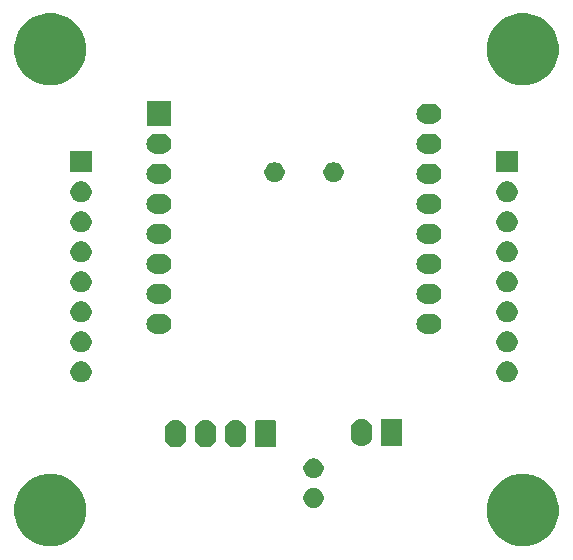
<source format=gbs>
G04 #@! TF.GenerationSoftware,KiCad,Pcbnew,(5.1.6)-1*
G04 #@! TF.CreationDate,2020-07-05T17:14:59-07:00*
G04 #@! TF.ProjectId,LED controller board - Wemos,4c454420-636f-46e7-9472-6f6c6c657220,rev?*
G04 #@! TF.SameCoordinates,Original*
G04 #@! TF.FileFunction,Soldermask,Bot*
G04 #@! TF.FilePolarity,Negative*
%FSLAX46Y46*%
G04 Gerber Fmt 4.6, Leading zero omitted, Abs format (unit mm)*
G04 Created by KiCad (PCBNEW (5.1.6)-1) date 2020-07-05 17:14:59*
%MOMM*%
%LPD*%
G01*
G04 APERTURE LIST*
%ADD10C,0.100000*%
G04 APERTURE END LIST*
D10*
G36*
X75889943Y-94066248D02*
G01*
X76445189Y-94296238D01*
X76445190Y-94296239D01*
X76944899Y-94630134D01*
X77369866Y-95055101D01*
X77369867Y-95055103D01*
X77703762Y-95554811D01*
X77933752Y-96110057D01*
X78051000Y-96699501D01*
X78051000Y-97300499D01*
X77933752Y-97889943D01*
X77703762Y-98445189D01*
X77703761Y-98445190D01*
X77369866Y-98944899D01*
X76944899Y-99369866D01*
X76693347Y-99537948D01*
X76445189Y-99703762D01*
X75889943Y-99933752D01*
X75300499Y-100051000D01*
X74699501Y-100051000D01*
X74110057Y-99933752D01*
X73554811Y-99703762D01*
X73306653Y-99537948D01*
X73055101Y-99369866D01*
X72630134Y-98944899D01*
X72296239Y-98445190D01*
X72296238Y-98445189D01*
X72066248Y-97889943D01*
X71949000Y-97300499D01*
X71949000Y-96699501D01*
X72066248Y-96110057D01*
X72296238Y-95554811D01*
X72630133Y-95055103D01*
X72630134Y-95055101D01*
X73055101Y-94630134D01*
X73554810Y-94296239D01*
X73554811Y-94296238D01*
X74110057Y-94066248D01*
X74699501Y-93949000D01*
X75300499Y-93949000D01*
X75889943Y-94066248D01*
G37*
G36*
X115889943Y-94066248D02*
G01*
X116445189Y-94296238D01*
X116445190Y-94296239D01*
X116944899Y-94630134D01*
X117369866Y-95055101D01*
X117369867Y-95055103D01*
X117703762Y-95554811D01*
X117933752Y-96110057D01*
X118051000Y-96699501D01*
X118051000Y-97300499D01*
X117933752Y-97889943D01*
X117703762Y-98445189D01*
X117703761Y-98445190D01*
X117369866Y-98944899D01*
X116944899Y-99369866D01*
X116693347Y-99537948D01*
X116445189Y-99703762D01*
X115889943Y-99933752D01*
X115300499Y-100051000D01*
X114699501Y-100051000D01*
X114110057Y-99933752D01*
X113554811Y-99703762D01*
X113306653Y-99537948D01*
X113055101Y-99369866D01*
X112630134Y-98944899D01*
X112296239Y-98445190D01*
X112296238Y-98445189D01*
X112066248Y-97889943D01*
X111949000Y-97300499D01*
X111949000Y-96699501D01*
X112066248Y-96110057D01*
X112296238Y-95554811D01*
X112630133Y-95055103D01*
X112630134Y-95055101D01*
X113055101Y-94630134D01*
X113554810Y-94296239D01*
X113554811Y-94296238D01*
X114110057Y-94066248D01*
X114699501Y-93949000D01*
X115300499Y-93949000D01*
X115889943Y-94066248D01*
G37*
G36*
X97530228Y-95153703D02*
G01*
X97685100Y-95217853D01*
X97824481Y-95310985D01*
X97943015Y-95429519D01*
X98036147Y-95568900D01*
X98100297Y-95723772D01*
X98133000Y-95888184D01*
X98133000Y-96055816D01*
X98100297Y-96220228D01*
X98036147Y-96375100D01*
X97943015Y-96514481D01*
X97824481Y-96633015D01*
X97685100Y-96726147D01*
X97530228Y-96790297D01*
X97365816Y-96823000D01*
X97198184Y-96823000D01*
X97033772Y-96790297D01*
X96878900Y-96726147D01*
X96739519Y-96633015D01*
X96620985Y-96514481D01*
X96527853Y-96375100D01*
X96463703Y-96220228D01*
X96431000Y-96055816D01*
X96431000Y-95888184D01*
X96463703Y-95723772D01*
X96527853Y-95568900D01*
X96620985Y-95429519D01*
X96739519Y-95310985D01*
X96878900Y-95217853D01*
X97033772Y-95153703D01*
X97198184Y-95121000D01*
X97365816Y-95121000D01*
X97530228Y-95153703D01*
G37*
G36*
X97530228Y-92653703D02*
G01*
X97685100Y-92717853D01*
X97824481Y-92810985D01*
X97943015Y-92929519D01*
X98036147Y-93068900D01*
X98100297Y-93223772D01*
X98133000Y-93388184D01*
X98133000Y-93555816D01*
X98100297Y-93720228D01*
X98036147Y-93875100D01*
X97943015Y-94014481D01*
X97824481Y-94133015D01*
X97685100Y-94226147D01*
X97530228Y-94290297D01*
X97365816Y-94323000D01*
X97198184Y-94323000D01*
X97033772Y-94290297D01*
X96878900Y-94226147D01*
X96739519Y-94133015D01*
X96620985Y-94014481D01*
X96527853Y-93875100D01*
X96463703Y-93720228D01*
X96431000Y-93555816D01*
X96431000Y-93388184D01*
X96463703Y-93223772D01*
X96527853Y-93068900D01*
X96620985Y-92929519D01*
X96739519Y-92810985D01*
X96878900Y-92717853D01*
X97033772Y-92653703D01*
X97198184Y-92621000D01*
X97365816Y-92621000D01*
X97530228Y-92653703D01*
G37*
G36*
X85778548Y-89418326D02*
G01*
X85952157Y-89470990D01*
X86112156Y-89556511D01*
X86126612Y-89568375D01*
X86252397Y-89671603D01*
X86331729Y-89768271D01*
X86367489Y-89811844D01*
X86453010Y-89971843D01*
X86505674Y-90145452D01*
X86506492Y-90153756D01*
X86519000Y-90280756D01*
X86519000Y-90821245D01*
X86518182Y-90829546D01*
X86505674Y-90956548D01*
X86453010Y-91130157D01*
X86367489Y-91290156D01*
X86331729Y-91333729D01*
X86252397Y-91430397D01*
X86112155Y-91545489D01*
X85952156Y-91631010D01*
X85778547Y-91683674D01*
X85598000Y-91701456D01*
X85417452Y-91683674D01*
X85243843Y-91631010D01*
X85083844Y-91545489D01*
X85019259Y-91492485D01*
X84943603Y-91430397D01*
X84828511Y-91290155D01*
X84742991Y-91130158D01*
X84704466Y-91003159D01*
X84690326Y-90956547D01*
X84677000Y-90821243D01*
X84677000Y-90280756D01*
X84690326Y-90145452D01*
X84742990Y-89971843D01*
X84828512Y-89811844D01*
X84838832Y-89799269D01*
X84943604Y-89671603D01*
X85069389Y-89568375D01*
X85083845Y-89556511D01*
X85243844Y-89470990D01*
X85417453Y-89418326D01*
X85598000Y-89400544D01*
X85778548Y-89418326D01*
G37*
G36*
X88318548Y-89418326D02*
G01*
X88492157Y-89470990D01*
X88652156Y-89556511D01*
X88666612Y-89568375D01*
X88792397Y-89671603D01*
X88871729Y-89768271D01*
X88907489Y-89811844D01*
X88993010Y-89971843D01*
X89045674Y-90145452D01*
X89046492Y-90153756D01*
X89059000Y-90280756D01*
X89059000Y-90821245D01*
X89058182Y-90829546D01*
X89045674Y-90956548D01*
X88993010Y-91130157D01*
X88907489Y-91290156D01*
X88871729Y-91333729D01*
X88792397Y-91430397D01*
X88652155Y-91545489D01*
X88492156Y-91631010D01*
X88318547Y-91683674D01*
X88138000Y-91701456D01*
X87957452Y-91683674D01*
X87783843Y-91631010D01*
X87623844Y-91545489D01*
X87559259Y-91492485D01*
X87483603Y-91430397D01*
X87368511Y-91290155D01*
X87282991Y-91130158D01*
X87244466Y-91003159D01*
X87230326Y-90956547D01*
X87217000Y-90821243D01*
X87217000Y-90280756D01*
X87230326Y-90145452D01*
X87282990Y-89971843D01*
X87368512Y-89811844D01*
X87378832Y-89799269D01*
X87483604Y-89671603D01*
X87609389Y-89568375D01*
X87623845Y-89556511D01*
X87783844Y-89470990D01*
X87957453Y-89418326D01*
X88138000Y-89400544D01*
X88318548Y-89418326D01*
G37*
G36*
X90858548Y-89418326D02*
G01*
X91032157Y-89470990D01*
X91192156Y-89556511D01*
X91206612Y-89568375D01*
X91332397Y-89671603D01*
X91411729Y-89768271D01*
X91447489Y-89811844D01*
X91533010Y-89971843D01*
X91585674Y-90145452D01*
X91586492Y-90153756D01*
X91599000Y-90280756D01*
X91599000Y-90821245D01*
X91598182Y-90829546D01*
X91585674Y-90956548D01*
X91533010Y-91130157D01*
X91447489Y-91290156D01*
X91411729Y-91333729D01*
X91332397Y-91430397D01*
X91192155Y-91545489D01*
X91032156Y-91631010D01*
X90858547Y-91683674D01*
X90678000Y-91701456D01*
X90497452Y-91683674D01*
X90323843Y-91631010D01*
X90163844Y-91545489D01*
X90099259Y-91492485D01*
X90023603Y-91430397D01*
X89908511Y-91290155D01*
X89822991Y-91130158D01*
X89784466Y-91003159D01*
X89770326Y-90956547D01*
X89757000Y-90821243D01*
X89757000Y-90280756D01*
X89770326Y-90145452D01*
X89822990Y-89971843D01*
X89908512Y-89811844D01*
X89918832Y-89799269D01*
X90023604Y-89671603D01*
X90149389Y-89568375D01*
X90163845Y-89556511D01*
X90323844Y-89470990D01*
X90497453Y-89418326D01*
X90678000Y-89400544D01*
X90858548Y-89418326D01*
G37*
G36*
X93997561Y-89408966D02*
G01*
X94030383Y-89418923D01*
X94060632Y-89435092D01*
X94087148Y-89456852D01*
X94108908Y-89483368D01*
X94125077Y-89513617D01*
X94135034Y-89546439D01*
X94139000Y-89586713D01*
X94139000Y-91515287D01*
X94135034Y-91555561D01*
X94125077Y-91588383D01*
X94108908Y-91618632D01*
X94087148Y-91645148D01*
X94060632Y-91666908D01*
X94030383Y-91683077D01*
X93997561Y-91693034D01*
X93957287Y-91697000D01*
X92478713Y-91697000D01*
X92438439Y-91693034D01*
X92405617Y-91683077D01*
X92375368Y-91666908D01*
X92348852Y-91645148D01*
X92327092Y-91618632D01*
X92310923Y-91588383D01*
X92300966Y-91555561D01*
X92297000Y-91515287D01*
X92297000Y-89586713D01*
X92300966Y-89546439D01*
X92310923Y-89513617D01*
X92327092Y-89483368D01*
X92348852Y-89456852D01*
X92375368Y-89435092D01*
X92405617Y-89418923D01*
X92438439Y-89408966D01*
X92478713Y-89405000D01*
X93957287Y-89405000D01*
X93997561Y-89408966D01*
G37*
G36*
X101526548Y-89291326D02*
G01*
X101700157Y-89343990D01*
X101860156Y-89429511D01*
X101893471Y-89456852D01*
X102000397Y-89544603D01*
X102060650Y-89618023D01*
X102115489Y-89684844D01*
X102201010Y-89844843D01*
X102253674Y-90018452D01*
X102267000Y-90153757D01*
X102267000Y-90694244D01*
X102253674Y-90829548D01*
X102201010Y-91003157D01*
X102115489Y-91163156D01*
X102079729Y-91206729D01*
X102000397Y-91303397D01*
X101860155Y-91418489D01*
X101700156Y-91504010D01*
X101526547Y-91556674D01*
X101346000Y-91574456D01*
X101165452Y-91556674D01*
X100991843Y-91504010D01*
X100831844Y-91418489D01*
X100788271Y-91382729D01*
X100691603Y-91303397D01*
X100576511Y-91163155D01*
X100490991Y-91003158D01*
X100476852Y-90956548D01*
X100438326Y-90829547D01*
X100425000Y-90694243D01*
X100425000Y-90153756D01*
X100425818Y-90145455D01*
X100438326Y-90018454D01*
X100438326Y-90018452D01*
X100490990Y-89844843D01*
X100576512Y-89684844D01*
X100588978Y-89669654D01*
X100691604Y-89544603D01*
X100798530Y-89456852D01*
X100831845Y-89429511D01*
X100991844Y-89343990D01*
X101165453Y-89291326D01*
X101346000Y-89273544D01*
X101526548Y-89291326D01*
G37*
G36*
X104665561Y-89281966D02*
G01*
X104698383Y-89291923D01*
X104728632Y-89308092D01*
X104755148Y-89329852D01*
X104776908Y-89356368D01*
X104793077Y-89386617D01*
X104803034Y-89419439D01*
X104807000Y-89459713D01*
X104807000Y-91388287D01*
X104803034Y-91428561D01*
X104793077Y-91461383D01*
X104776908Y-91491632D01*
X104755148Y-91518148D01*
X104728632Y-91539908D01*
X104698383Y-91556077D01*
X104665561Y-91566034D01*
X104625287Y-91570000D01*
X103146713Y-91570000D01*
X103106439Y-91566034D01*
X103073617Y-91556077D01*
X103043368Y-91539908D01*
X103016852Y-91518148D01*
X102995092Y-91491632D01*
X102978923Y-91461383D01*
X102968966Y-91428561D01*
X102965000Y-91388287D01*
X102965000Y-89459713D01*
X102968966Y-89419439D01*
X102978923Y-89386617D01*
X102995092Y-89356368D01*
X103016852Y-89329852D01*
X103043368Y-89308092D01*
X103073617Y-89291923D01*
X103106439Y-89281966D01*
X103146713Y-89278000D01*
X104625287Y-89278000D01*
X104665561Y-89281966D01*
G37*
G36*
X113778512Y-84399927D02*
G01*
X113927812Y-84429624D01*
X114091784Y-84497544D01*
X114239354Y-84596147D01*
X114364853Y-84721646D01*
X114463456Y-84869216D01*
X114531376Y-85033188D01*
X114566000Y-85207259D01*
X114566000Y-85384741D01*
X114531376Y-85558812D01*
X114463456Y-85722784D01*
X114364853Y-85870354D01*
X114239354Y-85995853D01*
X114091784Y-86094456D01*
X113927812Y-86162376D01*
X113778512Y-86192073D01*
X113753742Y-86197000D01*
X113576258Y-86197000D01*
X113551488Y-86192073D01*
X113402188Y-86162376D01*
X113238216Y-86094456D01*
X113090646Y-85995853D01*
X112965147Y-85870354D01*
X112866544Y-85722784D01*
X112798624Y-85558812D01*
X112764000Y-85384741D01*
X112764000Y-85207259D01*
X112798624Y-85033188D01*
X112866544Y-84869216D01*
X112965147Y-84721646D01*
X113090646Y-84596147D01*
X113238216Y-84497544D01*
X113402188Y-84429624D01*
X113551488Y-84399927D01*
X113576258Y-84395000D01*
X113753742Y-84395000D01*
X113778512Y-84399927D01*
G37*
G36*
X77710512Y-84399927D02*
G01*
X77859812Y-84429624D01*
X78023784Y-84497544D01*
X78171354Y-84596147D01*
X78296853Y-84721646D01*
X78395456Y-84869216D01*
X78463376Y-85033188D01*
X78498000Y-85207259D01*
X78498000Y-85384741D01*
X78463376Y-85558812D01*
X78395456Y-85722784D01*
X78296853Y-85870354D01*
X78171354Y-85995853D01*
X78023784Y-86094456D01*
X77859812Y-86162376D01*
X77710512Y-86192073D01*
X77685742Y-86197000D01*
X77508258Y-86197000D01*
X77483488Y-86192073D01*
X77334188Y-86162376D01*
X77170216Y-86094456D01*
X77022646Y-85995853D01*
X76897147Y-85870354D01*
X76798544Y-85722784D01*
X76730624Y-85558812D01*
X76696000Y-85384741D01*
X76696000Y-85207259D01*
X76730624Y-85033188D01*
X76798544Y-84869216D01*
X76897147Y-84721646D01*
X77022646Y-84596147D01*
X77170216Y-84497544D01*
X77334188Y-84429624D01*
X77483488Y-84399927D01*
X77508258Y-84395000D01*
X77685742Y-84395000D01*
X77710512Y-84399927D01*
G37*
G36*
X113778512Y-81859927D02*
G01*
X113927812Y-81889624D01*
X114091784Y-81957544D01*
X114239354Y-82056147D01*
X114364853Y-82181646D01*
X114463456Y-82329216D01*
X114531376Y-82493188D01*
X114566000Y-82667259D01*
X114566000Y-82844741D01*
X114531376Y-83018812D01*
X114463456Y-83182784D01*
X114364853Y-83330354D01*
X114239354Y-83455853D01*
X114091784Y-83554456D01*
X113927812Y-83622376D01*
X113778512Y-83652073D01*
X113753742Y-83657000D01*
X113576258Y-83657000D01*
X113551488Y-83652073D01*
X113402188Y-83622376D01*
X113238216Y-83554456D01*
X113090646Y-83455853D01*
X112965147Y-83330354D01*
X112866544Y-83182784D01*
X112798624Y-83018812D01*
X112764000Y-82844741D01*
X112764000Y-82667259D01*
X112798624Y-82493188D01*
X112866544Y-82329216D01*
X112965147Y-82181646D01*
X113090646Y-82056147D01*
X113238216Y-81957544D01*
X113402188Y-81889624D01*
X113551488Y-81859927D01*
X113576258Y-81855000D01*
X113753742Y-81855000D01*
X113778512Y-81859927D01*
G37*
G36*
X77710512Y-81859927D02*
G01*
X77859812Y-81889624D01*
X78023784Y-81957544D01*
X78171354Y-82056147D01*
X78296853Y-82181646D01*
X78395456Y-82329216D01*
X78463376Y-82493188D01*
X78498000Y-82667259D01*
X78498000Y-82844741D01*
X78463376Y-83018812D01*
X78395456Y-83182784D01*
X78296853Y-83330354D01*
X78171354Y-83455853D01*
X78023784Y-83554456D01*
X77859812Y-83622376D01*
X77710512Y-83652073D01*
X77685742Y-83657000D01*
X77508258Y-83657000D01*
X77483488Y-83652073D01*
X77334188Y-83622376D01*
X77170216Y-83554456D01*
X77022646Y-83455853D01*
X76897147Y-83330354D01*
X76798544Y-83182784D01*
X76730624Y-83018812D01*
X76696000Y-82844741D01*
X76696000Y-82667259D01*
X76730624Y-82493188D01*
X76798544Y-82329216D01*
X76897147Y-82181646D01*
X77022646Y-82056147D01*
X77170216Y-81957544D01*
X77334188Y-81889624D01*
X77483488Y-81859927D01*
X77508258Y-81855000D01*
X77685742Y-81855000D01*
X77710512Y-81859927D01*
G37*
G36*
X107427823Y-80393313D02*
G01*
X107588242Y-80441976D01*
X107657155Y-80478811D01*
X107736078Y-80520996D01*
X107865659Y-80627341D01*
X107972004Y-80756922D01*
X107972005Y-80756924D01*
X108051024Y-80904758D01*
X108099687Y-81065177D01*
X108116117Y-81232000D01*
X108099687Y-81398823D01*
X108051024Y-81559242D01*
X107980114Y-81691906D01*
X107972004Y-81707078D01*
X107865659Y-81836659D01*
X107736078Y-81943004D01*
X107736076Y-81943005D01*
X107588242Y-82022024D01*
X107427823Y-82070687D01*
X107302804Y-82083000D01*
X106819196Y-82083000D01*
X106694177Y-82070687D01*
X106533758Y-82022024D01*
X106385924Y-81943005D01*
X106385922Y-81943004D01*
X106256341Y-81836659D01*
X106149996Y-81707078D01*
X106141886Y-81691906D01*
X106070976Y-81559242D01*
X106022313Y-81398823D01*
X106005883Y-81232000D01*
X106022313Y-81065177D01*
X106070976Y-80904758D01*
X106149995Y-80756924D01*
X106149996Y-80756922D01*
X106256341Y-80627341D01*
X106385922Y-80520996D01*
X106464845Y-80478811D01*
X106533758Y-80441976D01*
X106694177Y-80393313D01*
X106819196Y-80381000D01*
X107302804Y-80381000D01*
X107427823Y-80393313D01*
G37*
G36*
X84567823Y-80393313D02*
G01*
X84728242Y-80441976D01*
X84797155Y-80478811D01*
X84876078Y-80520996D01*
X85005659Y-80627341D01*
X85112004Y-80756922D01*
X85112005Y-80756924D01*
X85191024Y-80904758D01*
X85239687Y-81065177D01*
X85256117Y-81232000D01*
X85239687Y-81398823D01*
X85191024Y-81559242D01*
X85120114Y-81691906D01*
X85112004Y-81707078D01*
X85005659Y-81836659D01*
X84876078Y-81943004D01*
X84876076Y-81943005D01*
X84728242Y-82022024D01*
X84567823Y-82070687D01*
X84442804Y-82083000D01*
X83959196Y-82083000D01*
X83834177Y-82070687D01*
X83673758Y-82022024D01*
X83525924Y-81943005D01*
X83525922Y-81943004D01*
X83396341Y-81836659D01*
X83289996Y-81707078D01*
X83281886Y-81691906D01*
X83210976Y-81559242D01*
X83162313Y-81398823D01*
X83145883Y-81232000D01*
X83162313Y-81065177D01*
X83210976Y-80904758D01*
X83289995Y-80756924D01*
X83289996Y-80756922D01*
X83396341Y-80627341D01*
X83525922Y-80520996D01*
X83604845Y-80478811D01*
X83673758Y-80441976D01*
X83834177Y-80393313D01*
X83959196Y-80381000D01*
X84442804Y-80381000D01*
X84567823Y-80393313D01*
G37*
G36*
X113778512Y-79319927D02*
G01*
X113927812Y-79349624D01*
X114091784Y-79417544D01*
X114239354Y-79516147D01*
X114364853Y-79641646D01*
X114463456Y-79789216D01*
X114531376Y-79953188D01*
X114566000Y-80127259D01*
X114566000Y-80304741D01*
X114531376Y-80478812D01*
X114463456Y-80642784D01*
X114364853Y-80790354D01*
X114239354Y-80915853D01*
X114091784Y-81014456D01*
X113927812Y-81082376D01*
X113778512Y-81112073D01*
X113753742Y-81117000D01*
X113576258Y-81117000D01*
X113551488Y-81112073D01*
X113402188Y-81082376D01*
X113238216Y-81014456D01*
X113090646Y-80915853D01*
X112965147Y-80790354D01*
X112866544Y-80642784D01*
X112798624Y-80478812D01*
X112764000Y-80304741D01*
X112764000Y-80127259D01*
X112798624Y-79953188D01*
X112866544Y-79789216D01*
X112965147Y-79641646D01*
X113090646Y-79516147D01*
X113238216Y-79417544D01*
X113402188Y-79349624D01*
X113551488Y-79319927D01*
X113576258Y-79315000D01*
X113753742Y-79315000D01*
X113778512Y-79319927D01*
G37*
G36*
X77710512Y-79319927D02*
G01*
X77859812Y-79349624D01*
X78023784Y-79417544D01*
X78171354Y-79516147D01*
X78296853Y-79641646D01*
X78395456Y-79789216D01*
X78463376Y-79953188D01*
X78498000Y-80127259D01*
X78498000Y-80304741D01*
X78463376Y-80478812D01*
X78395456Y-80642784D01*
X78296853Y-80790354D01*
X78171354Y-80915853D01*
X78023784Y-81014456D01*
X77859812Y-81082376D01*
X77710512Y-81112073D01*
X77685742Y-81117000D01*
X77508258Y-81117000D01*
X77483488Y-81112073D01*
X77334188Y-81082376D01*
X77170216Y-81014456D01*
X77022646Y-80915853D01*
X76897147Y-80790354D01*
X76798544Y-80642784D01*
X76730624Y-80478812D01*
X76696000Y-80304741D01*
X76696000Y-80127259D01*
X76730624Y-79953188D01*
X76798544Y-79789216D01*
X76897147Y-79641646D01*
X77022646Y-79516147D01*
X77170216Y-79417544D01*
X77334188Y-79349624D01*
X77483488Y-79319927D01*
X77508258Y-79315000D01*
X77685742Y-79315000D01*
X77710512Y-79319927D01*
G37*
G36*
X107427823Y-77853313D02*
G01*
X107588242Y-77901976D01*
X107657155Y-77938811D01*
X107736078Y-77980996D01*
X107865659Y-78087341D01*
X107972004Y-78216922D01*
X107972005Y-78216924D01*
X108051024Y-78364758D01*
X108099687Y-78525177D01*
X108116117Y-78692000D01*
X108099687Y-78858823D01*
X108051024Y-79019242D01*
X107980114Y-79151906D01*
X107972004Y-79167078D01*
X107865659Y-79296659D01*
X107736078Y-79403004D01*
X107736076Y-79403005D01*
X107588242Y-79482024D01*
X107427823Y-79530687D01*
X107302804Y-79543000D01*
X106819196Y-79543000D01*
X106694177Y-79530687D01*
X106533758Y-79482024D01*
X106385924Y-79403005D01*
X106385922Y-79403004D01*
X106256341Y-79296659D01*
X106149996Y-79167078D01*
X106141886Y-79151906D01*
X106070976Y-79019242D01*
X106022313Y-78858823D01*
X106005883Y-78692000D01*
X106022313Y-78525177D01*
X106070976Y-78364758D01*
X106149995Y-78216924D01*
X106149996Y-78216922D01*
X106256341Y-78087341D01*
X106385922Y-77980996D01*
X106464845Y-77938811D01*
X106533758Y-77901976D01*
X106694177Y-77853313D01*
X106819196Y-77841000D01*
X107302804Y-77841000D01*
X107427823Y-77853313D01*
G37*
G36*
X84567823Y-77853313D02*
G01*
X84728242Y-77901976D01*
X84797155Y-77938811D01*
X84876078Y-77980996D01*
X85005659Y-78087341D01*
X85112004Y-78216922D01*
X85112005Y-78216924D01*
X85191024Y-78364758D01*
X85239687Y-78525177D01*
X85256117Y-78692000D01*
X85239687Y-78858823D01*
X85191024Y-79019242D01*
X85120114Y-79151906D01*
X85112004Y-79167078D01*
X85005659Y-79296659D01*
X84876078Y-79403004D01*
X84876076Y-79403005D01*
X84728242Y-79482024D01*
X84567823Y-79530687D01*
X84442804Y-79543000D01*
X83959196Y-79543000D01*
X83834177Y-79530687D01*
X83673758Y-79482024D01*
X83525924Y-79403005D01*
X83525922Y-79403004D01*
X83396341Y-79296659D01*
X83289996Y-79167078D01*
X83281886Y-79151906D01*
X83210976Y-79019242D01*
X83162313Y-78858823D01*
X83145883Y-78692000D01*
X83162313Y-78525177D01*
X83210976Y-78364758D01*
X83289995Y-78216924D01*
X83289996Y-78216922D01*
X83396341Y-78087341D01*
X83525922Y-77980996D01*
X83604845Y-77938811D01*
X83673758Y-77901976D01*
X83834177Y-77853313D01*
X83959196Y-77841000D01*
X84442804Y-77841000D01*
X84567823Y-77853313D01*
G37*
G36*
X77710512Y-76779927D02*
G01*
X77859812Y-76809624D01*
X78023784Y-76877544D01*
X78171354Y-76976147D01*
X78296853Y-77101646D01*
X78395456Y-77249216D01*
X78463376Y-77413188D01*
X78498000Y-77587259D01*
X78498000Y-77764741D01*
X78463376Y-77938812D01*
X78395456Y-78102784D01*
X78296853Y-78250354D01*
X78171354Y-78375853D01*
X78023784Y-78474456D01*
X77859812Y-78542376D01*
X77710512Y-78572073D01*
X77685742Y-78577000D01*
X77508258Y-78577000D01*
X77483488Y-78572073D01*
X77334188Y-78542376D01*
X77170216Y-78474456D01*
X77022646Y-78375853D01*
X76897147Y-78250354D01*
X76798544Y-78102784D01*
X76730624Y-77938812D01*
X76696000Y-77764741D01*
X76696000Y-77587259D01*
X76730624Y-77413188D01*
X76798544Y-77249216D01*
X76897147Y-77101646D01*
X77022646Y-76976147D01*
X77170216Y-76877544D01*
X77334188Y-76809624D01*
X77483488Y-76779927D01*
X77508258Y-76775000D01*
X77685742Y-76775000D01*
X77710512Y-76779927D01*
G37*
G36*
X113778512Y-76779927D02*
G01*
X113927812Y-76809624D01*
X114091784Y-76877544D01*
X114239354Y-76976147D01*
X114364853Y-77101646D01*
X114463456Y-77249216D01*
X114531376Y-77413188D01*
X114566000Y-77587259D01*
X114566000Y-77764741D01*
X114531376Y-77938812D01*
X114463456Y-78102784D01*
X114364853Y-78250354D01*
X114239354Y-78375853D01*
X114091784Y-78474456D01*
X113927812Y-78542376D01*
X113778512Y-78572073D01*
X113753742Y-78577000D01*
X113576258Y-78577000D01*
X113551488Y-78572073D01*
X113402188Y-78542376D01*
X113238216Y-78474456D01*
X113090646Y-78375853D01*
X112965147Y-78250354D01*
X112866544Y-78102784D01*
X112798624Y-77938812D01*
X112764000Y-77764741D01*
X112764000Y-77587259D01*
X112798624Y-77413188D01*
X112866544Y-77249216D01*
X112965147Y-77101646D01*
X113090646Y-76976147D01*
X113238216Y-76877544D01*
X113402188Y-76809624D01*
X113551488Y-76779927D01*
X113576258Y-76775000D01*
X113753742Y-76775000D01*
X113778512Y-76779927D01*
G37*
G36*
X84567823Y-75313313D02*
G01*
X84728242Y-75361976D01*
X84797155Y-75398811D01*
X84876078Y-75440996D01*
X85005659Y-75547341D01*
X85112004Y-75676922D01*
X85112005Y-75676924D01*
X85191024Y-75824758D01*
X85239687Y-75985177D01*
X85256117Y-76152000D01*
X85239687Y-76318823D01*
X85191024Y-76479242D01*
X85120114Y-76611906D01*
X85112004Y-76627078D01*
X85005659Y-76756659D01*
X84876078Y-76863004D01*
X84876076Y-76863005D01*
X84728242Y-76942024D01*
X84567823Y-76990687D01*
X84442804Y-77003000D01*
X83959196Y-77003000D01*
X83834177Y-76990687D01*
X83673758Y-76942024D01*
X83525924Y-76863005D01*
X83525922Y-76863004D01*
X83396341Y-76756659D01*
X83289996Y-76627078D01*
X83281886Y-76611906D01*
X83210976Y-76479242D01*
X83162313Y-76318823D01*
X83145883Y-76152000D01*
X83162313Y-75985177D01*
X83210976Y-75824758D01*
X83289995Y-75676924D01*
X83289996Y-75676922D01*
X83396341Y-75547341D01*
X83525922Y-75440996D01*
X83604845Y-75398811D01*
X83673758Y-75361976D01*
X83834177Y-75313313D01*
X83959196Y-75301000D01*
X84442804Y-75301000D01*
X84567823Y-75313313D01*
G37*
G36*
X107427823Y-75313313D02*
G01*
X107588242Y-75361976D01*
X107657155Y-75398811D01*
X107736078Y-75440996D01*
X107865659Y-75547341D01*
X107972004Y-75676922D01*
X107972005Y-75676924D01*
X108051024Y-75824758D01*
X108099687Y-75985177D01*
X108116117Y-76152000D01*
X108099687Y-76318823D01*
X108051024Y-76479242D01*
X107980114Y-76611906D01*
X107972004Y-76627078D01*
X107865659Y-76756659D01*
X107736078Y-76863004D01*
X107736076Y-76863005D01*
X107588242Y-76942024D01*
X107427823Y-76990687D01*
X107302804Y-77003000D01*
X106819196Y-77003000D01*
X106694177Y-76990687D01*
X106533758Y-76942024D01*
X106385924Y-76863005D01*
X106385922Y-76863004D01*
X106256341Y-76756659D01*
X106149996Y-76627078D01*
X106141886Y-76611906D01*
X106070976Y-76479242D01*
X106022313Y-76318823D01*
X106005883Y-76152000D01*
X106022313Y-75985177D01*
X106070976Y-75824758D01*
X106149995Y-75676924D01*
X106149996Y-75676922D01*
X106256341Y-75547341D01*
X106385922Y-75440996D01*
X106464845Y-75398811D01*
X106533758Y-75361976D01*
X106694177Y-75313313D01*
X106819196Y-75301000D01*
X107302804Y-75301000D01*
X107427823Y-75313313D01*
G37*
G36*
X77710512Y-74239927D02*
G01*
X77859812Y-74269624D01*
X78023784Y-74337544D01*
X78171354Y-74436147D01*
X78296853Y-74561646D01*
X78395456Y-74709216D01*
X78463376Y-74873188D01*
X78498000Y-75047259D01*
X78498000Y-75224741D01*
X78463376Y-75398812D01*
X78395456Y-75562784D01*
X78296853Y-75710354D01*
X78171354Y-75835853D01*
X78023784Y-75934456D01*
X77859812Y-76002376D01*
X77710512Y-76032073D01*
X77685742Y-76037000D01*
X77508258Y-76037000D01*
X77483488Y-76032073D01*
X77334188Y-76002376D01*
X77170216Y-75934456D01*
X77022646Y-75835853D01*
X76897147Y-75710354D01*
X76798544Y-75562784D01*
X76730624Y-75398812D01*
X76696000Y-75224741D01*
X76696000Y-75047259D01*
X76730624Y-74873188D01*
X76798544Y-74709216D01*
X76897147Y-74561646D01*
X77022646Y-74436147D01*
X77170216Y-74337544D01*
X77334188Y-74269624D01*
X77483488Y-74239927D01*
X77508258Y-74235000D01*
X77685742Y-74235000D01*
X77710512Y-74239927D01*
G37*
G36*
X113778512Y-74239927D02*
G01*
X113927812Y-74269624D01*
X114091784Y-74337544D01*
X114239354Y-74436147D01*
X114364853Y-74561646D01*
X114463456Y-74709216D01*
X114531376Y-74873188D01*
X114566000Y-75047259D01*
X114566000Y-75224741D01*
X114531376Y-75398812D01*
X114463456Y-75562784D01*
X114364853Y-75710354D01*
X114239354Y-75835853D01*
X114091784Y-75934456D01*
X113927812Y-76002376D01*
X113778512Y-76032073D01*
X113753742Y-76037000D01*
X113576258Y-76037000D01*
X113551488Y-76032073D01*
X113402188Y-76002376D01*
X113238216Y-75934456D01*
X113090646Y-75835853D01*
X112965147Y-75710354D01*
X112866544Y-75562784D01*
X112798624Y-75398812D01*
X112764000Y-75224741D01*
X112764000Y-75047259D01*
X112798624Y-74873188D01*
X112866544Y-74709216D01*
X112965147Y-74561646D01*
X113090646Y-74436147D01*
X113238216Y-74337544D01*
X113402188Y-74269624D01*
X113551488Y-74239927D01*
X113576258Y-74235000D01*
X113753742Y-74235000D01*
X113778512Y-74239927D01*
G37*
G36*
X107427823Y-72773313D02*
G01*
X107588242Y-72821976D01*
X107657155Y-72858811D01*
X107736078Y-72900996D01*
X107865659Y-73007341D01*
X107972004Y-73136922D01*
X107972005Y-73136924D01*
X108051024Y-73284758D01*
X108099687Y-73445177D01*
X108116117Y-73612000D01*
X108099687Y-73778823D01*
X108051024Y-73939242D01*
X107980114Y-74071906D01*
X107972004Y-74087078D01*
X107865659Y-74216659D01*
X107736078Y-74323004D01*
X107736076Y-74323005D01*
X107588242Y-74402024D01*
X107427823Y-74450687D01*
X107302804Y-74463000D01*
X106819196Y-74463000D01*
X106694177Y-74450687D01*
X106533758Y-74402024D01*
X106385924Y-74323005D01*
X106385922Y-74323004D01*
X106256341Y-74216659D01*
X106149996Y-74087078D01*
X106141886Y-74071906D01*
X106070976Y-73939242D01*
X106022313Y-73778823D01*
X106005883Y-73612000D01*
X106022313Y-73445177D01*
X106070976Y-73284758D01*
X106149995Y-73136924D01*
X106149996Y-73136922D01*
X106256341Y-73007341D01*
X106385922Y-72900996D01*
X106464845Y-72858811D01*
X106533758Y-72821976D01*
X106694177Y-72773313D01*
X106819196Y-72761000D01*
X107302804Y-72761000D01*
X107427823Y-72773313D01*
G37*
G36*
X84567823Y-72773313D02*
G01*
X84728242Y-72821976D01*
X84797155Y-72858811D01*
X84876078Y-72900996D01*
X85005659Y-73007341D01*
X85112004Y-73136922D01*
X85112005Y-73136924D01*
X85191024Y-73284758D01*
X85239687Y-73445177D01*
X85256117Y-73612000D01*
X85239687Y-73778823D01*
X85191024Y-73939242D01*
X85120114Y-74071906D01*
X85112004Y-74087078D01*
X85005659Y-74216659D01*
X84876078Y-74323004D01*
X84876076Y-74323005D01*
X84728242Y-74402024D01*
X84567823Y-74450687D01*
X84442804Y-74463000D01*
X83959196Y-74463000D01*
X83834177Y-74450687D01*
X83673758Y-74402024D01*
X83525924Y-74323005D01*
X83525922Y-74323004D01*
X83396341Y-74216659D01*
X83289996Y-74087078D01*
X83281886Y-74071906D01*
X83210976Y-73939242D01*
X83162313Y-73778823D01*
X83145883Y-73612000D01*
X83162313Y-73445177D01*
X83210976Y-73284758D01*
X83289995Y-73136924D01*
X83289996Y-73136922D01*
X83396341Y-73007341D01*
X83525922Y-72900996D01*
X83604845Y-72858811D01*
X83673758Y-72821976D01*
X83834177Y-72773313D01*
X83959196Y-72761000D01*
X84442804Y-72761000D01*
X84567823Y-72773313D01*
G37*
G36*
X113778512Y-71699927D02*
G01*
X113927812Y-71729624D01*
X114091784Y-71797544D01*
X114239354Y-71896147D01*
X114364853Y-72021646D01*
X114463456Y-72169216D01*
X114531376Y-72333188D01*
X114566000Y-72507259D01*
X114566000Y-72684741D01*
X114531376Y-72858812D01*
X114463456Y-73022784D01*
X114364853Y-73170354D01*
X114239354Y-73295853D01*
X114091784Y-73394456D01*
X113927812Y-73462376D01*
X113778512Y-73492073D01*
X113753742Y-73497000D01*
X113576258Y-73497000D01*
X113551488Y-73492073D01*
X113402188Y-73462376D01*
X113238216Y-73394456D01*
X113090646Y-73295853D01*
X112965147Y-73170354D01*
X112866544Y-73022784D01*
X112798624Y-72858812D01*
X112764000Y-72684741D01*
X112764000Y-72507259D01*
X112798624Y-72333188D01*
X112866544Y-72169216D01*
X112965147Y-72021646D01*
X113090646Y-71896147D01*
X113238216Y-71797544D01*
X113402188Y-71729624D01*
X113551488Y-71699927D01*
X113576258Y-71695000D01*
X113753742Y-71695000D01*
X113778512Y-71699927D01*
G37*
G36*
X77710512Y-71699927D02*
G01*
X77859812Y-71729624D01*
X78023784Y-71797544D01*
X78171354Y-71896147D01*
X78296853Y-72021646D01*
X78395456Y-72169216D01*
X78463376Y-72333188D01*
X78498000Y-72507259D01*
X78498000Y-72684741D01*
X78463376Y-72858812D01*
X78395456Y-73022784D01*
X78296853Y-73170354D01*
X78171354Y-73295853D01*
X78023784Y-73394456D01*
X77859812Y-73462376D01*
X77710512Y-73492073D01*
X77685742Y-73497000D01*
X77508258Y-73497000D01*
X77483488Y-73492073D01*
X77334188Y-73462376D01*
X77170216Y-73394456D01*
X77022646Y-73295853D01*
X76897147Y-73170354D01*
X76798544Y-73022784D01*
X76730624Y-72858812D01*
X76696000Y-72684741D01*
X76696000Y-72507259D01*
X76730624Y-72333188D01*
X76798544Y-72169216D01*
X76897147Y-72021646D01*
X77022646Y-71896147D01*
X77170216Y-71797544D01*
X77334188Y-71729624D01*
X77483488Y-71699927D01*
X77508258Y-71695000D01*
X77685742Y-71695000D01*
X77710512Y-71699927D01*
G37*
G36*
X107427823Y-70233313D02*
G01*
X107588242Y-70281976D01*
X107657155Y-70318811D01*
X107736078Y-70360996D01*
X107865659Y-70467341D01*
X107972004Y-70596922D01*
X107972005Y-70596924D01*
X108051024Y-70744758D01*
X108099687Y-70905177D01*
X108116117Y-71072000D01*
X108099687Y-71238823D01*
X108051024Y-71399242D01*
X107980114Y-71531906D01*
X107972004Y-71547078D01*
X107865659Y-71676659D01*
X107736078Y-71783004D01*
X107736076Y-71783005D01*
X107588242Y-71862024D01*
X107427823Y-71910687D01*
X107302804Y-71923000D01*
X106819196Y-71923000D01*
X106694177Y-71910687D01*
X106533758Y-71862024D01*
X106385924Y-71783005D01*
X106385922Y-71783004D01*
X106256341Y-71676659D01*
X106149996Y-71547078D01*
X106141886Y-71531906D01*
X106070976Y-71399242D01*
X106022313Y-71238823D01*
X106005883Y-71072000D01*
X106022313Y-70905177D01*
X106070976Y-70744758D01*
X106149995Y-70596924D01*
X106149996Y-70596922D01*
X106256341Y-70467341D01*
X106385922Y-70360996D01*
X106464845Y-70318811D01*
X106533758Y-70281976D01*
X106694177Y-70233313D01*
X106819196Y-70221000D01*
X107302804Y-70221000D01*
X107427823Y-70233313D01*
G37*
G36*
X84567823Y-70233313D02*
G01*
X84728242Y-70281976D01*
X84797155Y-70318811D01*
X84876078Y-70360996D01*
X85005659Y-70467341D01*
X85112004Y-70596922D01*
X85112005Y-70596924D01*
X85191024Y-70744758D01*
X85239687Y-70905177D01*
X85256117Y-71072000D01*
X85239687Y-71238823D01*
X85191024Y-71399242D01*
X85120114Y-71531906D01*
X85112004Y-71547078D01*
X85005659Y-71676659D01*
X84876078Y-71783004D01*
X84876076Y-71783005D01*
X84728242Y-71862024D01*
X84567823Y-71910687D01*
X84442804Y-71923000D01*
X83959196Y-71923000D01*
X83834177Y-71910687D01*
X83673758Y-71862024D01*
X83525924Y-71783005D01*
X83525922Y-71783004D01*
X83396341Y-71676659D01*
X83289996Y-71547078D01*
X83281886Y-71531906D01*
X83210976Y-71399242D01*
X83162313Y-71238823D01*
X83145883Y-71072000D01*
X83162313Y-70905177D01*
X83210976Y-70744758D01*
X83289995Y-70596924D01*
X83289996Y-70596922D01*
X83396341Y-70467341D01*
X83525922Y-70360996D01*
X83604845Y-70318811D01*
X83673758Y-70281976D01*
X83834177Y-70233313D01*
X83959196Y-70221000D01*
X84442804Y-70221000D01*
X84567823Y-70233313D01*
G37*
G36*
X77706590Y-69159147D02*
G01*
X77859812Y-69189624D01*
X78023784Y-69257544D01*
X78171354Y-69356147D01*
X78296853Y-69481646D01*
X78395456Y-69629216D01*
X78463376Y-69793188D01*
X78498000Y-69967259D01*
X78498000Y-70144741D01*
X78463376Y-70318812D01*
X78395456Y-70482784D01*
X78296853Y-70630354D01*
X78171354Y-70755853D01*
X78023784Y-70854456D01*
X77859812Y-70922376D01*
X77710512Y-70952073D01*
X77685742Y-70957000D01*
X77508258Y-70957000D01*
X77483488Y-70952073D01*
X77334188Y-70922376D01*
X77170216Y-70854456D01*
X77022646Y-70755853D01*
X76897147Y-70630354D01*
X76798544Y-70482784D01*
X76730624Y-70318812D01*
X76696000Y-70144741D01*
X76696000Y-69967259D01*
X76730624Y-69793188D01*
X76798544Y-69629216D01*
X76897147Y-69481646D01*
X77022646Y-69356147D01*
X77170216Y-69257544D01*
X77334188Y-69189624D01*
X77487410Y-69159147D01*
X77508258Y-69155000D01*
X77685742Y-69155000D01*
X77706590Y-69159147D01*
G37*
G36*
X113774590Y-69159147D02*
G01*
X113927812Y-69189624D01*
X114091784Y-69257544D01*
X114239354Y-69356147D01*
X114364853Y-69481646D01*
X114463456Y-69629216D01*
X114531376Y-69793188D01*
X114566000Y-69967259D01*
X114566000Y-70144741D01*
X114531376Y-70318812D01*
X114463456Y-70482784D01*
X114364853Y-70630354D01*
X114239354Y-70755853D01*
X114091784Y-70854456D01*
X113927812Y-70922376D01*
X113778512Y-70952073D01*
X113753742Y-70957000D01*
X113576258Y-70957000D01*
X113551488Y-70952073D01*
X113402188Y-70922376D01*
X113238216Y-70854456D01*
X113090646Y-70755853D01*
X112965147Y-70630354D01*
X112866544Y-70482784D01*
X112798624Y-70318812D01*
X112764000Y-70144741D01*
X112764000Y-69967259D01*
X112798624Y-69793188D01*
X112866544Y-69629216D01*
X112965147Y-69481646D01*
X113090646Y-69356147D01*
X113238216Y-69257544D01*
X113402188Y-69189624D01*
X113555410Y-69159147D01*
X113576258Y-69155000D01*
X113753742Y-69155000D01*
X113774590Y-69159147D01*
G37*
G36*
X107427823Y-67693313D02*
G01*
X107588242Y-67741976D01*
X107720906Y-67812886D01*
X107736078Y-67820996D01*
X107865659Y-67927341D01*
X107972004Y-68056922D01*
X107972005Y-68056924D01*
X108051024Y-68204758D01*
X108099687Y-68365177D01*
X108116117Y-68532000D01*
X108099687Y-68698823D01*
X108051024Y-68859242D01*
X108003860Y-68947480D01*
X107972004Y-69007078D01*
X107865659Y-69136659D01*
X107736078Y-69243004D01*
X107736076Y-69243005D01*
X107588242Y-69322024D01*
X107427823Y-69370687D01*
X107302804Y-69383000D01*
X106819196Y-69383000D01*
X106694177Y-69370687D01*
X106533758Y-69322024D01*
X106385924Y-69243005D01*
X106385922Y-69243004D01*
X106256341Y-69136659D01*
X106149996Y-69007078D01*
X106118140Y-68947480D01*
X106070976Y-68859242D01*
X106022313Y-68698823D01*
X106005883Y-68532000D01*
X106022313Y-68365177D01*
X106070976Y-68204758D01*
X106149995Y-68056924D01*
X106149996Y-68056922D01*
X106256341Y-67927341D01*
X106385922Y-67820996D01*
X106401094Y-67812886D01*
X106533758Y-67741976D01*
X106694177Y-67693313D01*
X106819196Y-67681000D01*
X107302804Y-67681000D01*
X107427823Y-67693313D01*
G37*
G36*
X84567823Y-67693313D02*
G01*
X84728242Y-67741976D01*
X84860906Y-67812886D01*
X84876078Y-67820996D01*
X85005659Y-67927341D01*
X85112004Y-68056922D01*
X85112005Y-68056924D01*
X85191024Y-68204758D01*
X85239687Y-68365177D01*
X85256117Y-68532000D01*
X85239687Y-68698823D01*
X85191024Y-68859242D01*
X85143860Y-68947480D01*
X85112004Y-69007078D01*
X85005659Y-69136659D01*
X84876078Y-69243004D01*
X84876076Y-69243005D01*
X84728242Y-69322024D01*
X84567823Y-69370687D01*
X84442804Y-69383000D01*
X83959196Y-69383000D01*
X83834177Y-69370687D01*
X83673758Y-69322024D01*
X83525924Y-69243005D01*
X83525922Y-69243004D01*
X83396341Y-69136659D01*
X83289996Y-69007078D01*
X83258140Y-68947480D01*
X83210976Y-68859242D01*
X83162313Y-68698823D01*
X83145883Y-68532000D01*
X83162313Y-68365177D01*
X83210976Y-68204758D01*
X83289995Y-68056924D01*
X83289996Y-68056922D01*
X83396341Y-67927341D01*
X83525922Y-67820996D01*
X83541094Y-67812886D01*
X83673758Y-67741976D01*
X83834177Y-67693313D01*
X83959196Y-67681000D01*
X84442804Y-67681000D01*
X84567823Y-67693313D01*
G37*
G36*
X99228228Y-67586703D02*
G01*
X99383100Y-67650853D01*
X99522481Y-67743985D01*
X99641015Y-67862519D01*
X99734147Y-68001900D01*
X99798297Y-68156772D01*
X99831000Y-68321184D01*
X99831000Y-68488816D01*
X99798297Y-68653228D01*
X99734147Y-68808100D01*
X99641015Y-68947481D01*
X99522481Y-69066015D01*
X99383100Y-69159147D01*
X99228228Y-69223297D01*
X99063816Y-69256000D01*
X98896184Y-69256000D01*
X98731772Y-69223297D01*
X98576900Y-69159147D01*
X98437519Y-69066015D01*
X98318985Y-68947481D01*
X98225853Y-68808100D01*
X98161703Y-68653228D01*
X98129000Y-68488816D01*
X98129000Y-68321184D01*
X98161703Y-68156772D01*
X98225853Y-68001900D01*
X98318985Y-67862519D01*
X98437519Y-67743985D01*
X98576900Y-67650853D01*
X98731772Y-67586703D01*
X98896184Y-67554000D01*
X99063816Y-67554000D01*
X99228228Y-67586703D01*
G37*
G36*
X94228228Y-67586703D02*
G01*
X94383100Y-67650853D01*
X94522481Y-67743985D01*
X94641015Y-67862519D01*
X94734147Y-68001900D01*
X94798297Y-68156772D01*
X94831000Y-68321184D01*
X94831000Y-68488816D01*
X94798297Y-68653228D01*
X94734147Y-68808100D01*
X94641015Y-68947481D01*
X94522481Y-69066015D01*
X94383100Y-69159147D01*
X94228228Y-69223297D01*
X94063816Y-69256000D01*
X93896184Y-69256000D01*
X93731772Y-69223297D01*
X93576900Y-69159147D01*
X93437519Y-69066015D01*
X93318985Y-68947481D01*
X93225853Y-68808100D01*
X93161703Y-68653228D01*
X93129000Y-68488816D01*
X93129000Y-68321184D01*
X93161703Y-68156772D01*
X93225853Y-68001900D01*
X93318985Y-67862519D01*
X93437519Y-67743985D01*
X93576900Y-67650853D01*
X93731772Y-67586703D01*
X93896184Y-67554000D01*
X94063816Y-67554000D01*
X94228228Y-67586703D01*
G37*
G36*
X114566000Y-68417000D02*
G01*
X112764000Y-68417000D01*
X112764000Y-66615000D01*
X114566000Y-66615000D01*
X114566000Y-68417000D01*
G37*
G36*
X78498000Y-68417000D02*
G01*
X76696000Y-68417000D01*
X76696000Y-66615000D01*
X78498000Y-66615000D01*
X78498000Y-68417000D01*
G37*
G36*
X107427823Y-65153313D02*
G01*
X107588242Y-65201976D01*
X107720906Y-65272886D01*
X107736078Y-65280996D01*
X107865659Y-65387341D01*
X107972004Y-65516922D01*
X107972005Y-65516924D01*
X108051024Y-65664758D01*
X108099687Y-65825177D01*
X108116117Y-65992000D01*
X108099687Y-66158823D01*
X108051024Y-66319242D01*
X107980114Y-66451906D01*
X107972004Y-66467078D01*
X107865659Y-66596659D01*
X107736078Y-66703004D01*
X107736076Y-66703005D01*
X107588242Y-66782024D01*
X107427823Y-66830687D01*
X107302804Y-66843000D01*
X106819196Y-66843000D01*
X106694177Y-66830687D01*
X106533758Y-66782024D01*
X106385924Y-66703005D01*
X106385922Y-66703004D01*
X106256341Y-66596659D01*
X106149996Y-66467078D01*
X106141886Y-66451906D01*
X106070976Y-66319242D01*
X106022313Y-66158823D01*
X106005883Y-65992000D01*
X106022313Y-65825177D01*
X106070976Y-65664758D01*
X106149995Y-65516924D01*
X106149996Y-65516922D01*
X106256341Y-65387341D01*
X106385922Y-65280996D01*
X106401094Y-65272886D01*
X106533758Y-65201976D01*
X106694177Y-65153313D01*
X106819196Y-65141000D01*
X107302804Y-65141000D01*
X107427823Y-65153313D01*
G37*
G36*
X84567823Y-65153313D02*
G01*
X84728242Y-65201976D01*
X84860906Y-65272886D01*
X84876078Y-65280996D01*
X85005659Y-65387341D01*
X85112004Y-65516922D01*
X85112005Y-65516924D01*
X85191024Y-65664758D01*
X85239687Y-65825177D01*
X85256117Y-65992000D01*
X85239687Y-66158823D01*
X85191024Y-66319242D01*
X85120114Y-66451906D01*
X85112004Y-66467078D01*
X85005659Y-66596659D01*
X84876078Y-66703004D01*
X84876076Y-66703005D01*
X84728242Y-66782024D01*
X84567823Y-66830687D01*
X84442804Y-66843000D01*
X83959196Y-66843000D01*
X83834177Y-66830687D01*
X83673758Y-66782024D01*
X83525924Y-66703005D01*
X83525922Y-66703004D01*
X83396341Y-66596659D01*
X83289996Y-66467078D01*
X83281886Y-66451906D01*
X83210976Y-66319242D01*
X83162313Y-66158823D01*
X83145883Y-65992000D01*
X83162313Y-65825177D01*
X83210976Y-65664758D01*
X83289995Y-65516924D01*
X83289996Y-65516922D01*
X83396341Y-65387341D01*
X83525922Y-65280996D01*
X83541094Y-65272886D01*
X83673758Y-65201976D01*
X83834177Y-65153313D01*
X83959196Y-65141000D01*
X84442804Y-65141000D01*
X84567823Y-65153313D01*
G37*
G36*
X85252000Y-64503000D02*
G01*
X83150000Y-64503000D01*
X83150000Y-62401000D01*
X85252000Y-62401000D01*
X85252000Y-64503000D01*
G37*
G36*
X107427823Y-62613313D02*
G01*
X107588242Y-62661976D01*
X107720906Y-62732886D01*
X107736078Y-62740996D01*
X107865659Y-62847341D01*
X107972004Y-62976922D01*
X107972005Y-62976924D01*
X108051024Y-63124758D01*
X108099687Y-63285177D01*
X108116117Y-63452000D01*
X108099687Y-63618823D01*
X108051024Y-63779242D01*
X107980114Y-63911906D01*
X107972004Y-63927078D01*
X107865659Y-64056659D01*
X107736078Y-64163004D01*
X107736076Y-64163005D01*
X107588242Y-64242024D01*
X107427823Y-64290687D01*
X107302804Y-64303000D01*
X106819196Y-64303000D01*
X106694177Y-64290687D01*
X106533758Y-64242024D01*
X106385924Y-64163005D01*
X106385922Y-64163004D01*
X106256341Y-64056659D01*
X106149996Y-63927078D01*
X106141886Y-63911906D01*
X106070976Y-63779242D01*
X106022313Y-63618823D01*
X106005883Y-63452000D01*
X106022313Y-63285177D01*
X106070976Y-63124758D01*
X106149995Y-62976924D01*
X106149996Y-62976922D01*
X106256341Y-62847341D01*
X106385922Y-62740996D01*
X106401094Y-62732886D01*
X106533758Y-62661976D01*
X106694177Y-62613313D01*
X106819196Y-62601000D01*
X107302804Y-62601000D01*
X107427823Y-62613313D01*
G37*
G36*
X75889943Y-55066248D02*
G01*
X76445189Y-55296238D01*
X76445190Y-55296239D01*
X76944899Y-55630134D01*
X77369866Y-56055101D01*
X77369867Y-56055103D01*
X77703762Y-56554811D01*
X77933752Y-57110057D01*
X78051000Y-57699501D01*
X78051000Y-58300499D01*
X77933752Y-58889943D01*
X77703762Y-59445189D01*
X77703761Y-59445190D01*
X77369866Y-59944899D01*
X76944899Y-60369866D01*
X76693347Y-60537948D01*
X76445189Y-60703762D01*
X75889943Y-60933752D01*
X75300499Y-61051000D01*
X74699501Y-61051000D01*
X74110057Y-60933752D01*
X73554811Y-60703762D01*
X73306653Y-60537948D01*
X73055101Y-60369866D01*
X72630134Y-59944899D01*
X72296239Y-59445190D01*
X72296238Y-59445189D01*
X72066248Y-58889943D01*
X71949000Y-58300499D01*
X71949000Y-57699501D01*
X72066248Y-57110057D01*
X72296238Y-56554811D01*
X72630133Y-56055103D01*
X72630134Y-56055101D01*
X73055101Y-55630134D01*
X73554810Y-55296239D01*
X73554811Y-55296238D01*
X74110057Y-55066248D01*
X74699501Y-54949000D01*
X75300499Y-54949000D01*
X75889943Y-55066248D01*
G37*
G36*
X115889943Y-55066248D02*
G01*
X116445189Y-55296238D01*
X116445190Y-55296239D01*
X116944899Y-55630134D01*
X117369866Y-56055101D01*
X117369867Y-56055103D01*
X117703762Y-56554811D01*
X117933752Y-57110057D01*
X118051000Y-57699501D01*
X118051000Y-58300499D01*
X117933752Y-58889943D01*
X117703762Y-59445189D01*
X117703761Y-59445190D01*
X117369866Y-59944899D01*
X116944899Y-60369866D01*
X116693347Y-60537948D01*
X116445189Y-60703762D01*
X115889943Y-60933752D01*
X115300499Y-61051000D01*
X114699501Y-61051000D01*
X114110057Y-60933752D01*
X113554811Y-60703762D01*
X113306653Y-60537948D01*
X113055101Y-60369866D01*
X112630134Y-59944899D01*
X112296239Y-59445190D01*
X112296238Y-59445189D01*
X112066248Y-58889943D01*
X111949000Y-58300499D01*
X111949000Y-57699501D01*
X112066248Y-57110057D01*
X112296238Y-56554811D01*
X112630133Y-56055103D01*
X112630134Y-56055101D01*
X113055101Y-55630134D01*
X113554810Y-55296239D01*
X113554811Y-55296238D01*
X114110057Y-55066248D01*
X114699501Y-54949000D01*
X115300499Y-54949000D01*
X115889943Y-55066248D01*
G37*
M02*

</source>
